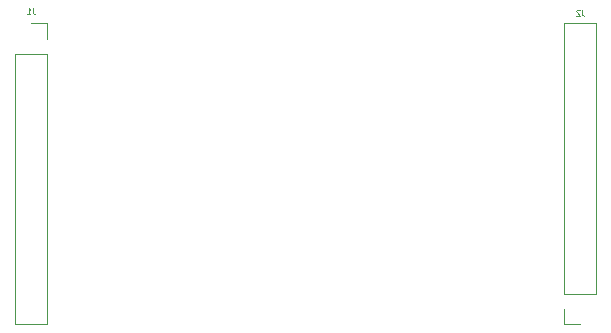
<source format=gbr>
%TF.GenerationSoftware,KiCad,Pcbnew,(5.1.10)-1*%
%TF.CreationDate,2022-10-09T17:15:07-05:00*%
%TF.ProjectId,switcher,73776974-6368-4657-922e-6b696361645f,A*%
%TF.SameCoordinates,Original*%
%TF.FileFunction,Legend,Bot*%
%TF.FilePolarity,Positive*%
%FSLAX46Y46*%
G04 Gerber Fmt 4.6, Leading zero omitted, Abs format (unit mm)*
G04 Created by KiCad (PCBNEW (5.1.10)-1) date 2022-10-09 17:15:07*
%MOMM*%
%LPD*%
G01*
G04 APERTURE LIST*
%ADD10C,0.120000*%
%ADD11C,0.100000*%
G04 APERTURE END LIST*
D10*
%TO.C,J2*%
X175806000Y-130245500D02*
X177136000Y-130245500D01*
X175806000Y-128915500D02*
X175806000Y-130245500D01*
X175806000Y-127645500D02*
X178466000Y-127645500D01*
X178466000Y-127645500D02*
X178466000Y-104725500D01*
X175806000Y-127645500D02*
X175806000Y-104725500D01*
X175806000Y-104725500D02*
X178466000Y-104725500D01*
%TO.C,J1*%
X131966000Y-104725500D02*
X130636000Y-104725500D01*
X131966000Y-106055500D02*
X131966000Y-104725500D01*
X131966000Y-107325500D02*
X129306000Y-107325500D01*
X129306000Y-107325500D02*
X129306000Y-130245500D01*
X131966000Y-107325500D02*
X131966000Y-130245500D01*
X131966000Y-130245500D02*
X129306000Y-130245500D01*
%TO.C,J2*%
D11*
X177302666Y-103612190D02*
X177302666Y-103969333D01*
X177326476Y-104040761D01*
X177374095Y-104088380D01*
X177445523Y-104112190D01*
X177493142Y-104112190D01*
X177088380Y-103659809D02*
X177064571Y-103636000D01*
X177016952Y-103612190D01*
X176897904Y-103612190D01*
X176850285Y-103636000D01*
X176826476Y-103659809D01*
X176802666Y-103707428D01*
X176802666Y-103755047D01*
X176826476Y-103826476D01*
X177112190Y-104112190D01*
X176802666Y-104112190D01*
%TO.C,J1*%
X130802666Y-103451690D02*
X130802666Y-103808833D01*
X130826476Y-103880261D01*
X130874095Y-103927880D01*
X130945523Y-103951690D01*
X130993142Y-103951690D01*
X130302666Y-103951690D02*
X130588380Y-103951690D01*
X130445523Y-103951690D02*
X130445523Y-103451690D01*
X130493142Y-103523119D01*
X130540761Y-103570738D01*
X130588380Y-103594547D01*
%TD*%
M02*

</source>
